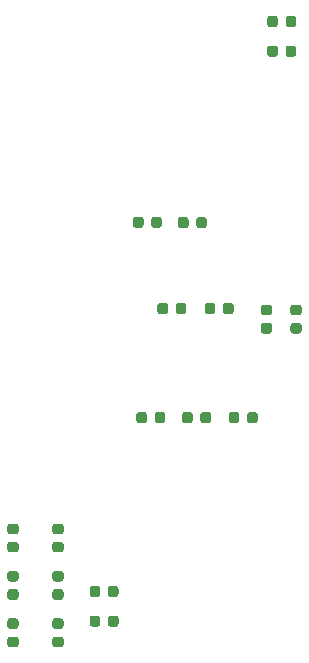
<source format=gbr>
%TF.GenerationSoftware,KiCad,Pcbnew,(5.1.10)-1*%
%TF.CreationDate,2021-06-22T20:16:26+08:00*%
%TF.ProjectId,sm8223,736d3832-3233-42e6-9b69-6361645f7063,rev?*%
%TF.SameCoordinates,Original*%
%TF.FileFunction,Paste,Top*%
%TF.FilePolarity,Positive*%
%FSLAX46Y46*%
G04 Gerber Fmt 4.6, Leading zero omitted, Abs format (unit mm)*
G04 Created by KiCad (PCBNEW (5.1.10)-1) date 2021-06-22 20:16:26*
%MOMM*%
%LPD*%
G01*
G04 APERTURE LIST*
G04 APERTURE END LIST*
%TO.C,C1*%
G36*
G01*
X77440000Y-81015000D02*
X77440000Y-80515000D01*
G75*
G02*
X77665000Y-80290000I225000J0D01*
G01*
X78115000Y-80290000D01*
G75*
G02*
X78340000Y-80515000I0J-225000D01*
G01*
X78340000Y-81015000D01*
G75*
G02*
X78115000Y-81240000I-225000J0D01*
G01*
X77665000Y-81240000D01*
G75*
G02*
X77440000Y-81015000I0J225000D01*
G01*
G37*
G36*
G01*
X75890000Y-81015000D02*
X75890000Y-80515000D01*
G75*
G02*
X76115000Y-80290000I225000J0D01*
G01*
X76565000Y-80290000D01*
G75*
G02*
X76790000Y-80515000I0J-225000D01*
G01*
X76790000Y-81015000D01*
G75*
G02*
X76565000Y-81240000I-225000J0D01*
G01*
X76115000Y-81240000D01*
G75*
G02*
X75890000Y-81015000I0J225000D01*
G01*
G37*
%TD*%
%TO.C,C2*%
G36*
G01*
X90930000Y-35265000D02*
X90930000Y-34765000D01*
G75*
G02*
X91155000Y-34540000I225000J0D01*
G01*
X91605000Y-34540000D01*
G75*
G02*
X91830000Y-34765000I0J-225000D01*
G01*
X91830000Y-35265000D01*
G75*
G02*
X91605000Y-35490000I-225000J0D01*
G01*
X91155000Y-35490000D01*
G75*
G02*
X90930000Y-35265000I0J225000D01*
G01*
G37*
G36*
G01*
X92480000Y-35265000D02*
X92480000Y-34765000D01*
G75*
G02*
X92705000Y-34540000I225000J0D01*
G01*
X93155000Y-34540000D01*
G75*
G02*
X93380000Y-34765000I0J-225000D01*
G01*
X93380000Y-35265000D01*
G75*
G02*
X93155000Y-35490000I-225000J0D01*
G01*
X92705000Y-35490000D01*
G75*
G02*
X92480000Y-35265000I0J225000D01*
G01*
G37*
%TD*%
%TO.C,C3*%
G36*
G01*
X92480000Y-32755000D02*
X92480000Y-32255000D01*
G75*
G02*
X92705000Y-32030000I225000J0D01*
G01*
X93155000Y-32030000D01*
G75*
G02*
X93380000Y-32255000I0J-225000D01*
G01*
X93380000Y-32755000D01*
G75*
G02*
X93155000Y-32980000I-225000J0D01*
G01*
X92705000Y-32980000D01*
G75*
G02*
X92480000Y-32755000I0J225000D01*
G01*
G37*
G36*
G01*
X90930000Y-32755000D02*
X90930000Y-32255000D01*
G75*
G02*
X91155000Y-32030000I225000J0D01*
G01*
X91605000Y-32030000D01*
G75*
G02*
X91830000Y-32255000I0J-225000D01*
G01*
X91830000Y-32755000D01*
G75*
G02*
X91605000Y-32980000I-225000J0D01*
G01*
X91155000Y-32980000D01*
G75*
G02*
X90930000Y-32755000I0J225000D01*
G01*
G37*
%TD*%
%TO.C,C4*%
G36*
G01*
X69655000Y-77460000D02*
X69155000Y-77460000D01*
G75*
G02*
X68930000Y-77235000I0J225000D01*
G01*
X68930000Y-76785000D01*
G75*
G02*
X69155000Y-76560000I225000J0D01*
G01*
X69655000Y-76560000D01*
G75*
G02*
X69880000Y-76785000I0J-225000D01*
G01*
X69880000Y-77235000D01*
G75*
G02*
X69655000Y-77460000I-225000J0D01*
G01*
G37*
G36*
G01*
X69655000Y-75910000D02*
X69155000Y-75910000D01*
G75*
G02*
X68930000Y-75685000I0J225000D01*
G01*
X68930000Y-75235000D01*
G75*
G02*
X69155000Y-75010000I225000J0D01*
G01*
X69655000Y-75010000D01*
G75*
G02*
X69880000Y-75235000I0J-225000D01*
G01*
X69880000Y-75685000D01*
G75*
G02*
X69655000Y-75910000I-225000J0D01*
G01*
G37*
%TD*%
%TO.C,C5*%
G36*
G01*
X83180000Y-57055000D02*
X83180000Y-56555000D01*
G75*
G02*
X83405000Y-56330000I225000J0D01*
G01*
X83855000Y-56330000D01*
G75*
G02*
X84080000Y-56555000I0J-225000D01*
G01*
X84080000Y-57055000D01*
G75*
G02*
X83855000Y-57280000I-225000J0D01*
G01*
X83405000Y-57280000D01*
G75*
G02*
X83180000Y-57055000I0J225000D01*
G01*
G37*
G36*
G01*
X81630000Y-57055000D02*
X81630000Y-56555000D01*
G75*
G02*
X81855000Y-56330000I225000J0D01*
G01*
X82305000Y-56330000D01*
G75*
G02*
X82530000Y-56555000I0J-225000D01*
G01*
X82530000Y-57055000D01*
G75*
G02*
X82305000Y-57280000I-225000J0D01*
G01*
X81855000Y-57280000D01*
G75*
G02*
X81630000Y-57055000I0J225000D01*
G01*
G37*
%TD*%
%TO.C,C6*%
G36*
G01*
X69655000Y-79920000D02*
X69155000Y-79920000D01*
G75*
G02*
X68930000Y-79695000I0J225000D01*
G01*
X68930000Y-79245000D01*
G75*
G02*
X69155000Y-79020000I225000J0D01*
G01*
X69655000Y-79020000D01*
G75*
G02*
X69880000Y-79245000I0J-225000D01*
G01*
X69880000Y-79695000D01*
G75*
G02*
X69655000Y-79920000I-225000J0D01*
G01*
G37*
G36*
G01*
X69655000Y-81470000D02*
X69155000Y-81470000D01*
G75*
G02*
X68930000Y-81245000I0J225000D01*
G01*
X68930000Y-80795000D01*
G75*
G02*
X69155000Y-80570000I225000J0D01*
G01*
X69655000Y-80570000D01*
G75*
G02*
X69880000Y-80795000I0J-225000D01*
G01*
X69880000Y-81245000D01*
G75*
G02*
X69655000Y-81470000I-225000J0D01*
G01*
G37*
%TD*%
%TO.C,C7*%
G36*
G01*
X69655000Y-85480000D02*
X69155000Y-85480000D01*
G75*
G02*
X68930000Y-85255000I0J225000D01*
G01*
X68930000Y-84805000D01*
G75*
G02*
X69155000Y-84580000I225000J0D01*
G01*
X69655000Y-84580000D01*
G75*
G02*
X69880000Y-84805000I0J-225000D01*
G01*
X69880000Y-85255000D01*
G75*
G02*
X69655000Y-85480000I-225000J0D01*
G01*
G37*
G36*
G01*
X69655000Y-83930000D02*
X69155000Y-83930000D01*
G75*
G02*
X68930000Y-83705000I0J225000D01*
G01*
X68930000Y-83255000D01*
G75*
G02*
X69155000Y-83030000I225000J0D01*
G01*
X69655000Y-83030000D01*
G75*
G02*
X69880000Y-83255000I0J-225000D01*
G01*
X69880000Y-83705000D01*
G75*
G02*
X69655000Y-83930000I-225000J0D01*
G01*
G37*
%TD*%
%TO.C,R1*%
G36*
G01*
X73465000Y-83930000D02*
X72965000Y-83930000D01*
G75*
G02*
X72740000Y-83705000I0J225000D01*
G01*
X72740000Y-83255000D01*
G75*
G02*
X72965000Y-83030000I225000J0D01*
G01*
X73465000Y-83030000D01*
G75*
G02*
X73690000Y-83255000I0J-225000D01*
G01*
X73690000Y-83705000D01*
G75*
G02*
X73465000Y-83930000I-225000J0D01*
G01*
G37*
G36*
G01*
X73465000Y-85480000D02*
X72965000Y-85480000D01*
G75*
G02*
X72740000Y-85255000I0J225000D01*
G01*
X72740000Y-84805000D01*
G75*
G02*
X72965000Y-84580000I225000J0D01*
G01*
X73465000Y-84580000D01*
G75*
G02*
X73690000Y-84805000I0J-225000D01*
G01*
X73690000Y-85255000D01*
G75*
G02*
X73465000Y-85480000I-225000J0D01*
G01*
G37*
%TD*%
%TO.C,R2*%
G36*
G01*
X85640000Y-57055000D02*
X85640000Y-56555000D01*
G75*
G02*
X85865000Y-56330000I225000J0D01*
G01*
X86315000Y-56330000D01*
G75*
G02*
X86540000Y-56555000I0J-225000D01*
G01*
X86540000Y-57055000D01*
G75*
G02*
X86315000Y-57280000I-225000J0D01*
G01*
X85865000Y-57280000D01*
G75*
G02*
X85640000Y-57055000I0J225000D01*
G01*
G37*
G36*
G01*
X87190000Y-57055000D02*
X87190000Y-56555000D01*
G75*
G02*
X87415000Y-56330000I225000J0D01*
G01*
X87865000Y-56330000D01*
G75*
G02*
X88090000Y-56555000I0J-225000D01*
G01*
X88090000Y-57055000D01*
G75*
G02*
X87865000Y-57280000I-225000J0D01*
G01*
X87415000Y-57280000D01*
G75*
G02*
X87190000Y-57055000I0J225000D01*
G01*
G37*
%TD*%
%TO.C,R3*%
G36*
G01*
X85270000Y-66290000D02*
X85270000Y-65790000D01*
G75*
G02*
X85495000Y-65565000I225000J0D01*
G01*
X85945000Y-65565000D01*
G75*
G02*
X86170000Y-65790000I0J-225000D01*
G01*
X86170000Y-66290000D01*
G75*
G02*
X85945000Y-66515000I-225000J0D01*
G01*
X85495000Y-66515000D01*
G75*
G02*
X85270000Y-66290000I0J225000D01*
G01*
G37*
G36*
G01*
X83720000Y-66290000D02*
X83720000Y-65790000D01*
G75*
G02*
X83945000Y-65565000I225000J0D01*
G01*
X84395000Y-65565000D01*
G75*
G02*
X84620000Y-65790000I0J-225000D01*
G01*
X84620000Y-66290000D01*
G75*
G02*
X84395000Y-66515000I-225000J0D01*
G01*
X83945000Y-66515000D01*
G75*
G02*
X83720000Y-66290000I0J225000D01*
G01*
G37*
%TD*%
%TO.C,R4*%
G36*
G01*
X83370000Y-49780000D02*
X83370000Y-49280000D01*
G75*
G02*
X83595000Y-49055000I225000J0D01*
G01*
X84045000Y-49055000D01*
G75*
G02*
X84270000Y-49280000I0J-225000D01*
G01*
X84270000Y-49780000D01*
G75*
G02*
X84045000Y-50005000I-225000J0D01*
G01*
X83595000Y-50005000D01*
G75*
G02*
X83370000Y-49780000I0J225000D01*
G01*
G37*
G36*
G01*
X84920000Y-49780000D02*
X84920000Y-49280000D01*
G75*
G02*
X85145000Y-49055000I225000J0D01*
G01*
X85595000Y-49055000D01*
G75*
G02*
X85820000Y-49280000I0J-225000D01*
G01*
X85820000Y-49780000D01*
G75*
G02*
X85595000Y-50005000I-225000J0D01*
G01*
X85145000Y-50005000D01*
G75*
G02*
X84920000Y-49780000I0J225000D01*
G01*
G37*
%TD*%
%TO.C,R5*%
G36*
G01*
X89225000Y-66290000D02*
X89225000Y-65790000D01*
G75*
G02*
X89450000Y-65565000I225000J0D01*
G01*
X89900000Y-65565000D01*
G75*
G02*
X90125000Y-65790000I0J-225000D01*
G01*
X90125000Y-66290000D01*
G75*
G02*
X89900000Y-66515000I-225000J0D01*
G01*
X89450000Y-66515000D01*
G75*
G02*
X89225000Y-66290000I0J225000D01*
G01*
G37*
G36*
G01*
X87675000Y-66290000D02*
X87675000Y-65790000D01*
G75*
G02*
X87900000Y-65565000I225000J0D01*
G01*
X88350000Y-65565000D01*
G75*
G02*
X88575000Y-65790000I0J-225000D01*
G01*
X88575000Y-66290000D01*
G75*
G02*
X88350000Y-66515000I-225000J0D01*
G01*
X87900000Y-66515000D01*
G75*
G02*
X87675000Y-66290000I0J225000D01*
G01*
G37*
%TD*%
%TO.C,R6*%
G36*
G01*
X73465000Y-81470000D02*
X72965000Y-81470000D01*
G75*
G02*
X72740000Y-81245000I0J225000D01*
G01*
X72740000Y-80795000D01*
G75*
G02*
X72965000Y-80570000I225000J0D01*
G01*
X73465000Y-80570000D01*
G75*
G02*
X73690000Y-80795000I0J-225000D01*
G01*
X73690000Y-81245000D01*
G75*
G02*
X73465000Y-81470000I-225000J0D01*
G01*
G37*
G36*
G01*
X73465000Y-79920000D02*
X72965000Y-79920000D01*
G75*
G02*
X72740000Y-79695000I0J225000D01*
G01*
X72740000Y-79245000D01*
G75*
G02*
X72965000Y-79020000I225000J0D01*
G01*
X73465000Y-79020000D01*
G75*
G02*
X73690000Y-79245000I0J-225000D01*
G01*
X73690000Y-79695000D01*
G75*
G02*
X73465000Y-79920000I-225000J0D01*
G01*
G37*
%TD*%
%TO.C,R7*%
G36*
G01*
X75890000Y-83525000D02*
X75890000Y-83025000D01*
G75*
G02*
X76115000Y-82800000I225000J0D01*
G01*
X76565000Y-82800000D01*
G75*
G02*
X76790000Y-83025000I0J-225000D01*
G01*
X76790000Y-83525000D01*
G75*
G02*
X76565000Y-83750000I-225000J0D01*
G01*
X76115000Y-83750000D01*
G75*
G02*
X75890000Y-83525000I0J225000D01*
G01*
G37*
G36*
G01*
X77440000Y-83525000D02*
X77440000Y-83025000D01*
G75*
G02*
X77665000Y-82800000I225000J0D01*
G01*
X78115000Y-82800000D01*
G75*
G02*
X78340000Y-83025000I0J-225000D01*
G01*
X78340000Y-83525000D01*
G75*
G02*
X78115000Y-83750000I-225000J0D01*
G01*
X77665000Y-83750000D01*
G75*
G02*
X77440000Y-83525000I0J225000D01*
G01*
G37*
%TD*%
%TO.C,R8*%
G36*
G01*
X91115000Y-58930000D02*
X90615000Y-58930000D01*
G75*
G02*
X90390000Y-58705000I0J225000D01*
G01*
X90390000Y-58255000D01*
G75*
G02*
X90615000Y-58030000I225000J0D01*
G01*
X91115000Y-58030000D01*
G75*
G02*
X91340000Y-58255000I0J-225000D01*
G01*
X91340000Y-58705000D01*
G75*
G02*
X91115000Y-58930000I-225000J0D01*
G01*
G37*
G36*
G01*
X91115000Y-57380000D02*
X90615000Y-57380000D01*
G75*
G02*
X90390000Y-57155000I0J225000D01*
G01*
X90390000Y-56705000D01*
G75*
G02*
X90615000Y-56480000I225000J0D01*
G01*
X91115000Y-56480000D01*
G75*
G02*
X91340000Y-56705000I0J-225000D01*
G01*
X91340000Y-57155000D01*
G75*
G02*
X91115000Y-57380000I-225000J0D01*
G01*
G37*
%TD*%
%TO.C,R9*%
G36*
G01*
X79560000Y-49755000D02*
X79560000Y-49255000D01*
G75*
G02*
X79785000Y-49030000I225000J0D01*
G01*
X80235000Y-49030000D01*
G75*
G02*
X80460000Y-49255000I0J-225000D01*
G01*
X80460000Y-49755000D01*
G75*
G02*
X80235000Y-49980000I-225000J0D01*
G01*
X79785000Y-49980000D01*
G75*
G02*
X79560000Y-49755000I0J225000D01*
G01*
G37*
G36*
G01*
X81110000Y-49755000D02*
X81110000Y-49255000D01*
G75*
G02*
X81335000Y-49030000I225000J0D01*
G01*
X81785000Y-49030000D01*
G75*
G02*
X82010000Y-49255000I0J-225000D01*
G01*
X82010000Y-49755000D01*
G75*
G02*
X81785000Y-49980000I-225000J0D01*
G01*
X81335000Y-49980000D01*
G75*
G02*
X81110000Y-49755000I0J225000D01*
G01*
G37*
%TD*%
%TO.C,R10*%
G36*
G01*
X79850000Y-66290000D02*
X79850000Y-65790000D01*
G75*
G02*
X80075000Y-65565000I225000J0D01*
G01*
X80525000Y-65565000D01*
G75*
G02*
X80750000Y-65790000I0J-225000D01*
G01*
X80750000Y-66290000D01*
G75*
G02*
X80525000Y-66515000I-225000J0D01*
G01*
X80075000Y-66515000D01*
G75*
G02*
X79850000Y-66290000I0J225000D01*
G01*
G37*
G36*
G01*
X81400000Y-66290000D02*
X81400000Y-65790000D01*
G75*
G02*
X81625000Y-65565000I225000J0D01*
G01*
X82075000Y-65565000D01*
G75*
G02*
X82300000Y-65790000I0J-225000D01*
G01*
X82300000Y-66290000D01*
G75*
G02*
X82075000Y-66515000I-225000J0D01*
G01*
X81625000Y-66515000D01*
G75*
G02*
X81400000Y-66290000I0J225000D01*
G01*
G37*
%TD*%
%TO.C,R11*%
G36*
G01*
X93625000Y-57380000D02*
X93125000Y-57380000D01*
G75*
G02*
X92900000Y-57155000I0J225000D01*
G01*
X92900000Y-56705000D01*
G75*
G02*
X93125000Y-56480000I225000J0D01*
G01*
X93625000Y-56480000D01*
G75*
G02*
X93850000Y-56705000I0J-225000D01*
G01*
X93850000Y-57155000D01*
G75*
G02*
X93625000Y-57380000I-225000J0D01*
G01*
G37*
G36*
G01*
X93625000Y-58930000D02*
X93125000Y-58930000D01*
G75*
G02*
X92900000Y-58705000I0J225000D01*
G01*
X92900000Y-58255000D01*
G75*
G02*
X93125000Y-58030000I225000J0D01*
G01*
X93625000Y-58030000D01*
G75*
G02*
X93850000Y-58255000I0J-225000D01*
G01*
X93850000Y-58705000D01*
G75*
G02*
X93625000Y-58930000I-225000J0D01*
G01*
G37*
%TD*%
%TO.C,R12*%
G36*
G01*
X73465000Y-75910000D02*
X72965000Y-75910000D01*
G75*
G02*
X72740000Y-75685000I0J225000D01*
G01*
X72740000Y-75235000D01*
G75*
G02*
X72965000Y-75010000I225000J0D01*
G01*
X73465000Y-75010000D01*
G75*
G02*
X73690000Y-75235000I0J-225000D01*
G01*
X73690000Y-75685000D01*
G75*
G02*
X73465000Y-75910000I-225000J0D01*
G01*
G37*
G36*
G01*
X73465000Y-77460000D02*
X72965000Y-77460000D01*
G75*
G02*
X72740000Y-77235000I0J225000D01*
G01*
X72740000Y-76785000D01*
G75*
G02*
X72965000Y-76560000I225000J0D01*
G01*
X73465000Y-76560000D01*
G75*
G02*
X73690000Y-76785000I0J-225000D01*
G01*
X73690000Y-77235000D01*
G75*
G02*
X73465000Y-77460000I-225000J0D01*
G01*
G37*
%TD*%
M02*

</source>
